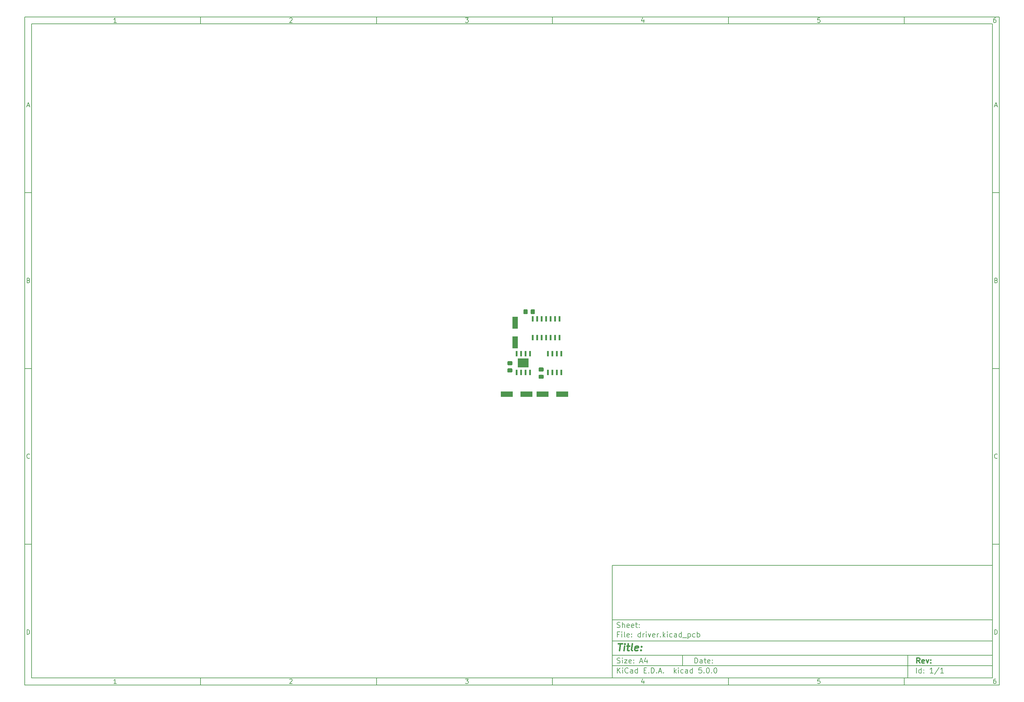
<source format=gtp>
G04 #@! TF.GenerationSoftware,KiCad,Pcbnew,5.0.0*
G04 #@! TF.CreationDate,2018-10-21T13:37:26+10:00*
G04 #@! TF.ProjectId,driver,6472697665722E6B696361645F706362,rev?*
G04 #@! TF.SameCoordinates,Original*
G04 #@! TF.FileFunction,Paste,Top*
G04 #@! TF.FilePolarity,Positive*
%FSLAX46Y46*%
G04 Gerber Fmt 4.6, Leading zero omitted, Abs format (unit mm)*
G04 Created by KiCad (PCBNEW 5.0.0) date Sun Oct 21 13:37:26 2018*
%MOMM*%
%LPD*%
G01*
G04 APERTURE LIST*
%ADD10C,0.100000*%
%ADD11C,0.150000*%
%ADD12C,0.300000*%
%ADD13C,0.400000*%
%ADD14C,1.150000*%
%ADD15R,0.600000X1.500000*%
%ADD16R,0.600000X1.550000*%
%ADD17R,3.500000X1.600000*%
%ADD18R,1.600000X3.500000*%
%ADD19R,3.100000X2.600000*%
G04 APERTURE END LIST*
D10*
D11*
X177002200Y-166007200D02*
X177002200Y-198007200D01*
X285002200Y-198007200D01*
X285002200Y-166007200D01*
X177002200Y-166007200D01*
D10*
D11*
X10000000Y-10000000D02*
X10000000Y-200007200D01*
X287002200Y-200007200D01*
X287002200Y-10000000D01*
X10000000Y-10000000D01*
D10*
D11*
X12000000Y-12000000D02*
X12000000Y-198007200D01*
X285002200Y-198007200D01*
X285002200Y-12000000D01*
X12000000Y-12000000D01*
D10*
D11*
X60000000Y-12000000D02*
X60000000Y-10000000D01*
D10*
D11*
X110000000Y-12000000D02*
X110000000Y-10000000D01*
D10*
D11*
X160000000Y-12000000D02*
X160000000Y-10000000D01*
D10*
D11*
X210000000Y-12000000D02*
X210000000Y-10000000D01*
D10*
D11*
X260000000Y-12000000D02*
X260000000Y-10000000D01*
D10*
D11*
X36065476Y-11588095D02*
X35322619Y-11588095D01*
X35694047Y-11588095D02*
X35694047Y-10288095D01*
X35570238Y-10473809D01*
X35446428Y-10597619D01*
X35322619Y-10659523D01*
D10*
D11*
X85322619Y-10411904D02*
X85384523Y-10350000D01*
X85508333Y-10288095D01*
X85817857Y-10288095D01*
X85941666Y-10350000D01*
X86003571Y-10411904D01*
X86065476Y-10535714D01*
X86065476Y-10659523D01*
X86003571Y-10845238D01*
X85260714Y-11588095D01*
X86065476Y-11588095D01*
D10*
D11*
X135260714Y-10288095D02*
X136065476Y-10288095D01*
X135632142Y-10783333D01*
X135817857Y-10783333D01*
X135941666Y-10845238D01*
X136003571Y-10907142D01*
X136065476Y-11030952D01*
X136065476Y-11340476D01*
X136003571Y-11464285D01*
X135941666Y-11526190D01*
X135817857Y-11588095D01*
X135446428Y-11588095D01*
X135322619Y-11526190D01*
X135260714Y-11464285D01*
D10*
D11*
X185941666Y-10721428D02*
X185941666Y-11588095D01*
X185632142Y-10226190D02*
X185322619Y-11154761D01*
X186127380Y-11154761D01*
D10*
D11*
X236003571Y-10288095D02*
X235384523Y-10288095D01*
X235322619Y-10907142D01*
X235384523Y-10845238D01*
X235508333Y-10783333D01*
X235817857Y-10783333D01*
X235941666Y-10845238D01*
X236003571Y-10907142D01*
X236065476Y-11030952D01*
X236065476Y-11340476D01*
X236003571Y-11464285D01*
X235941666Y-11526190D01*
X235817857Y-11588095D01*
X235508333Y-11588095D01*
X235384523Y-11526190D01*
X235322619Y-11464285D01*
D10*
D11*
X285941666Y-10288095D02*
X285694047Y-10288095D01*
X285570238Y-10350000D01*
X285508333Y-10411904D01*
X285384523Y-10597619D01*
X285322619Y-10845238D01*
X285322619Y-11340476D01*
X285384523Y-11464285D01*
X285446428Y-11526190D01*
X285570238Y-11588095D01*
X285817857Y-11588095D01*
X285941666Y-11526190D01*
X286003571Y-11464285D01*
X286065476Y-11340476D01*
X286065476Y-11030952D01*
X286003571Y-10907142D01*
X285941666Y-10845238D01*
X285817857Y-10783333D01*
X285570238Y-10783333D01*
X285446428Y-10845238D01*
X285384523Y-10907142D01*
X285322619Y-11030952D01*
D10*
D11*
X60000000Y-198007200D02*
X60000000Y-200007200D01*
D10*
D11*
X110000000Y-198007200D02*
X110000000Y-200007200D01*
D10*
D11*
X160000000Y-198007200D02*
X160000000Y-200007200D01*
D10*
D11*
X210000000Y-198007200D02*
X210000000Y-200007200D01*
D10*
D11*
X260000000Y-198007200D02*
X260000000Y-200007200D01*
D10*
D11*
X36065476Y-199595295D02*
X35322619Y-199595295D01*
X35694047Y-199595295D02*
X35694047Y-198295295D01*
X35570238Y-198481009D01*
X35446428Y-198604819D01*
X35322619Y-198666723D01*
D10*
D11*
X85322619Y-198419104D02*
X85384523Y-198357200D01*
X85508333Y-198295295D01*
X85817857Y-198295295D01*
X85941666Y-198357200D01*
X86003571Y-198419104D01*
X86065476Y-198542914D01*
X86065476Y-198666723D01*
X86003571Y-198852438D01*
X85260714Y-199595295D01*
X86065476Y-199595295D01*
D10*
D11*
X135260714Y-198295295D02*
X136065476Y-198295295D01*
X135632142Y-198790533D01*
X135817857Y-198790533D01*
X135941666Y-198852438D01*
X136003571Y-198914342D01*
X136065476Y-199038152D01*
X136065476Y-199347676D01*
X136003571Y-199471485D01*
X135941666Y-199533390D01*
X135817857Y-199595295D01*
X135446428Y-199595295D01*
X135322619Y-199533390D01*
X135260714Y-199471485D01*
D10*
D11*
X185941666Y-198728628D02*
X185941666Y-199595295D01*
X185632142Y-198233390D02*
X185322619Y-199161961D01*
X186127380Y-199161961D01*
D10*
D11*
X236003571Y-198295295D02*
X235384523Y-198295295D01*
X235322619Y-198914342D01*
X235384523Y-198852438D01*
X235508333Y-198790533D01*
X235817857Y-198790533D01*
X235941666Y-198852438D01*
X236003571Y-198914342D01*
X236065476Y-199038152D01*
X236065476Y-199347676D01*
X236003571Y-199471485D01*
X235941666Y-199533390D01*
X235817857Y-199595295D01*
X235508333Y-199595295D01*
X235384523Y-199533390D01*
X235322619Y-199471485D01*
D10*
D11*
X285941666Y-198295295D02*
X285694047Y-198295295D01*
X285570238Y-198357200D01*
X285508333Y-198419104D01*
X285384523Y-198604819D01*
X285322619Y-198852438D01*
X285322619Y-199347676D01*
X285384523Y-199471485D01*
X285446428Y-199533390D01*
X285570238Y-199595295D01*
X285817857Y-199595295D01*
X285941666Y-199533390D01*
X286003571Y-199471485D01*
X286065476Y-199347676D01*
X286065476Y-199038152D01*
X286003571Y-198914342D01*
X285941666Y-198852438D01*
X285817857Y-198790533D01*
X285570238Y-198790533D01*
X285446428Y-198852438D01*
X285384523Y-198914342D01*
X285322619Y-199038152D01*
D10*
D11*
X10000000Y-60000000D02*
X12000000Y-60000000D01*
D10*
D11*
X10000000Y-110000000D02*
X12000000Y-110000000D01*
D10*
D11*
X10000000Y-160000000D02*
X12000000Y-160000000D01*
D10*
D11*
X10690476Y-35216666D02*
X11309523Y-35216666D01*
X10566666Y-35588095D02*
X11000000Y-34288095D01*
X11433333Y-35588095D01*
D10*
D11*
X11092857Y-84907142D02*
X11278571Y-84969047D01*
X11340476Y-85030952D01*
X11402380Y-85154761D01*
X11402380Y-85340476D01*
X11340476Y-85464285D01*
X11278571Y-85526190D01*
X11154761Y-85588095D01*
X10659523Y-85588095D01*
X10659523Y-84288095D01*
X11092857Y-84288095D01*
X11216666Y-84350000D01*
X11278571Y-84411904D01*
X11340476Y-84535714D01*
X11340476Y-84659523D01*
X11278571Y-84783333D01*
X11216666Y-84845238D01*
X11092857Y-84907142D01*
X10659523Y-84907142D01*
D10*
D11*
X11402380Y-135464285D02*
X11340476Y-135526190D01*
X11154761Y-135588095D01*
X11030952Y-135588095D01*
X10845238Y-135526190D01*
X10721428Y-135402380D01*
X10659523Y-135278571D01*
X10597619Y-135030952D01*
X10597619Y-134845238D01*
X10659523Y-134597619D01*
X10721428Y-134473809D01*
X10845238Y-134350000D01*
X11030952Y-134288095D01*
X11154761Y-134288095D01*
X11340476Y-134350000D01*
X11402380Y-134411904D01*
D10*
D11*
X10659523Y-185588095D02*
X10659523Y-184288095D01*
X10969047Y-184288095D01*
X11154761Y-184350000D01*
X11278571Y-184473809D01*
X11340476Y-184597619D01*
X11402380Y-184845238D01*
X11402380Y-185030952D01*
X11340476Y-185278571D01*
X11278571Y-185402380D01*
X11154761Y-185526190D01*
X10969047Y-185588095D01*
X10659523Y-185588095D01*
D10*
D11*
X287002200Y-60000000D02*
X285002200Y-60000000D01*
D10*
D11*
X287002200Y-110000000D02*
X285002200Y-110000000D01*
D10*
D11*
X287002200Y-160000000D02*
X285002200Y-160000000D01*
D10*
D11*
X285692676Y-35216666D02*
X286311723Y-35216666D01*
X285568866Y-35588095D02*
X286002200Y-34288095D01*
X286435533Y-35588095D01*
D10*
D11*
X286095057Y-84907142D02*
X286280771Y-84969047D01*
X286342676Y-85030952D01*
X286404580Y-85154761D01*
X286404580Y-85340476D01*
X286342676Y-85464285D01*
X286280771Y-85526190D01*
X286156961Y-85588095D01*
X285661723Y-85588095D01*
X285661723Y-84288095D01*
X286095057Y-84288095D01*
X286218866Y-84350000D01*
X286280771Y-84411904D01*
X286342676Y-84535714D01*
X286342676Y-84659523D01*
X286280771Y-84783333D01*
X286218866Y-84845238D01*
X286095057Y-84907142D01*
X285661723Y-84907142D01*
D10*
D11*
X286404580Y-135464285D02*
X286342676Y-135526190D01*
X286156961Y-135588095D01*
X286033152Y-135588095D01*
X285847438Y-135526190D01*
X285723628Y-135402380D01*
X285661723Y-135278571D01*
X285599819Y-135030952D01*
X285599819Y-134845238D01*
X285661723Y-134597619D01*
X285723628Y-134473809D01*
X285847438Y-134350000D01*
X286033152Y-134288095D01*
X286156961Y-134288095D01*
X286342676Y-134350000D01*
X286404580Y-134411904D01*
D10*
D11*
X285661723Y-185588095D02*
X285661723Y-184288095D01*
X285971247Y-184288095D01*
X286156961Y-184350000D01*
X286280771Y-184473809D01*
X286342676Y-184597619D01*
X286404580Y-184845238D01*
X286404580Y-185030952D01*
X286342676Y-185278571D01*
X286280771Y-185402380D01*
X286156961Y-185526190D01*
X285971247Y-185588095D01*
X285661723Y-185588095D01*
D10*
D11*
X200434342Y-193785771D02*
X200434342Y-192285771D01*
X200791485Y-192285771D01*
X201005771Y-192357200D01*
X201148628Y-192500057D01*
X201220057Y-192642914D01*
X201291485Y-192928628D01*
X201291485Y-193142914D01*
X201220057Y-193428628D01*
X201148628Y-193571485D01*
X201005771Y-193714342D01*
X200791485Y-193785771D01*
X200434342Y-193785771D01*
X202577200Y-193785771D02*
X202577200Y-193000057D01*
X202505771Y-192857200D01*
X202362914Y-192785771D01*
X202077200Y-192785771D01*
X201934342Y-192857200D01*
X202577200Y-193714342D02*
X202434342Y-193785771D01*
X202077200Y-193785771D01*
X201934342Y-193714342D01*
X201862914Y-193571485D01*
X201862914Y-193428628D01*
X201934342Y-193285771D01*
X202077200Y-193214342D01*
X202434342Y-193214342D01*
X202577200Y-193142914D01*
X203077200Y-192785771D02*
X203648628Y-192785771D01*
X203291485Y-192285771D02*
X203291485Y-193571485D01*
X203362914Y-193714342D01*
X203505771Y-193785771D01*
X203648628Y-193785771D01*
X204720057Y-193714342D02*
X204577200Y-193785771D01*
X204291485Y-193785771D01*
X204148628Y-193714342D01*
X204077200Y-193571485D01*
X204077200Y-193000057D01*
X204148628Y-192857200D01*
X204291485Y-192785771D01*
X204577200Y-192785771D01*
X204720057Y-192857200D01*
X204791485Y-193000057D01*
X204791485Y-193142914D01*
X204077200Y-193285771D01*
X205434342Y-193642914D02*
X205505771Y-193714342D01*
X205434342Y-193785771D01*
X205362914Y-193714342D01*
X205434342Y-193642914D01*
X205434342Y-193785771D01*
X205434342Y-192857200D02*
X205505771Y-192928628D01*
X205434342Y-193000057D01*
X205362914Y-192928628D01*
X205434342Y-192857200D01*
X205434342Y-193000057D01*
D10*
D11*
X177002200Y-194507200D02*
X285002200Y-194507200D01*
D10*
D11*
X178434342Y-196585771D02*
X178434342Y-195085771D01*
X179291485Y-196585771D02*
X178648628Y-195728628D01*
X179291485Y-195085771D02*
X178434342Y-195942914D01*
X179934342Y-196585771D02*
X179934342Y-195585771D01*
X179934342Y-195085771D02*
X179862914Y-195157200D01*
X179934342Y-195228628D01*
X180005771Y-195157200D01*
X179934342Y-195085771D01*
X179934342Y-195228628D01*
X181505771Y-196442914D02*
X181434342Y-196514342D01*
X181220057Y-196585771D01*
X181077200Y-196585771D01*
X180862914Y-196514342D01*
X180720057Y-196371485D01*
X180648628Y-196228628D01*
X180577200Y-195942914D01*
X180577200Y-195728628D01*
X180648628Y-195442914D01*
X180720057Y-195300057D01*
X180862914Y-195157200D01*
X181077200Y-195085771D01*
X181220057Y-195085771D01*
X181434342Y-195157200D01*
X181505771Y-195228628D01*
X182791485Y-196585771D02*
X182791485Y-195800057D01*
X182720057Y-195657200D01*
X182577200Y-195585771D01*
X182291485Y-195585771D01*
X182148628Y-195657200D01*
X182791485Y-196514342D02*
X182648628Y-196585771D01*
X182291485Y-196585771D01*
X182148628Y-196514342D01*
X182077200Y-196371485D01*
X182077200Y-196228628D01*
X182148628Y-196085771D01*
X182291485Y-196014342D01*
X182648628Y-196014342D01*
X182791485Y-195942914D01*
X184148628Y-196585771D02*
X184148628Y-195085771D01*
X184148628Y-196514342D02*
X184005771Y-196585771D01*
X183720057Y-196585771D01*
X183577200Y-196514342D01*
X183505771Y-196442914D01*
X183434342Y-196300057D01*
X183434342Y-195871485D01*
X183505771Y-195728628D01*
X183577200Y-195657200D01*
X183720057Y-195585771D01*
X184005771Y-195585771D01*
X184148628Y-195657200D01*
X186005771Y-195800057D02*
X186505771Y-195800057D01*
X186720057Y-196585771D02*
X186005771Y-196585771D01*
X186005771Y-195085771D01*
X186720057Y-195085771D01*
X187362914Y-196442914D02*
X187434342Y-196514342D01*
X187362914Y-196585771D01*
X187291485Y-196514342D01*
X187362914Y-196442914D01*
X187362914Y-196585771D01*
X188077200Y-196585771D02*
X188077200Y-195085771D01*
X188434342Y-195085771D01*
X188648628Y-195157200D01*
X188791485Y-195300057D01*
X188862914Y-195442914D01*
X188934342Y-195728628D01*
X188934342Y-195942914D01*
X188862914Y-196228628D01*
X188791485Y-196371485D01*
X188648628Y-196514342D01*
X188434342Y-196585771D01*
X188077200Y-196585771D01*
X189577200Y-196442914D02*
X189648628Y-196514342D01*
X189577200Y-196585771D01*
X189505771Y-196514342D01*
X189577200Y-196442914D01*
X189577200Y-196585771D01*
X190220057Y-196157200D02*
X190934342Y-196157200D01*
X190077200Y-196585771D02*
X190577200Y-195085771D01*
X191077200Y-196585771D01*
X191577200Y-196442914D02*
X191648628Y-196514342D01*
X191577200Y-196585771D01*
X191505771Y-196514342D01*
X191577200Y-196442914D01*
X191577200Y-196585771D01*
X194577200Y-196585771D02*
X194577200Y-195085771D01*
X194720057Y-196014342D02*
X195148628Y-196585771D01*
X195148628Y-195585771D02*
X194577200Y-196157200D01*
X195791485Y-196585771D02*
X195791485Y-195585771D01*
X195791485Y-195085771D02*
X195720057Y-195157200D01*
X195791485Y-195228628D01*
X195862914Y-195157200D01*
X195791485Y-195085771D01*
X195791485Y-195228628D01*
X197148628Y-196514342D02*
X197005771Y-196585771D01*
X196720057Y-196585771D01*
X196577200Y-196514342D01*
X196505771Y-196442914D01*
X196434342Y-196300057D01*
X196434342Y-195871485D01*
X196505771Y-195728628D01*
X196577200Y-195657200D01*
X196720057Y-195585771D01*
X197005771Y-195585771D01*
X197148628Y-195657200D01*
X198434342Y-196585771D02*
X198434342Y-195800057D01*
X198362914Y-195657200D01*
X198220057Y-195585771D01*
X197934342Y-195585771D01*
X197791485Y-195657200D01*
X198434342Y-196514342D02*
X198291485Y-196585771D01*
X197934342Y-196585771D01*
X197791485Y-196514342D01*
X197720057Y-196371485D01*
X197720057Y-196228628D01*
X197791485Y-196085771D01*
X197934342Y-196014342D01*
X198291485Y-196014342D01*
X198434342Y-195942914D01*
X199791485Y-196585771D02*
X199791485Y-195085771D01*
X199791485Y-196514342D02*
X199648628Y-196585771D01*
X199362914Y-196585771D01*
X199220057Y-196514342D01*
X199148628Y-196442914D01*
X199077200Y-196300057D01*
X199077200Y-195871485D01*
X199148628Y-195728628D01*
X199220057Y-195657200D01*
X199362914Y-195585771D01*
X199648628Y-195585771D01*
X199791485Y-195657200D01*
X202362914Y-195085771D02*
X201648628Y-195085771D01*
X201577200Y-195800057D01*
X201648628Y-195728628D01*
X201791485Y-195657200D01*
X202148628Y-195657200D01*
X202291485Y-195728628D01*
X202362914Y-195800057D01*
X202434342Y-195942914D01*
X202434342Y-196300057D01*
X202362914Y-196442914D01*
X202291485Y-196514342D01*
X202148628Y-196585771D01*
X201791485Y-196585771D01*
X201648628Y-196514342D01*
X201577200Y-196442914D01*
X203077200Y-196442914D02*
X203148628Y-196514342D01*
X203077200Y-196585771D01*
X203005771Y-196514342D01*
X203077200Y-196442914D01*
X203077200Y-196585771D01*
X204077200Y-195085771D02*
X204220057Y-195085771D01*
X204362914Y-195157200D01*
X204434342Y-195228628D01*
X204505771Y-195371485D01*
X204577200Y-195657200D01*
X204577200Y-196014342D01*
X204505771Y-196300057D01*
X204434342Y-196442914D01*
X204362914Y-196514342D01*
X204220057Y-196585771D01*
X204077200Y-196585771D01*
X203934342Y-196514342D01*
X203862914Y-196442914D01*
X203791485Y-196300057D01*
X203720057Y-196014342D01*
X203720057Y-195657200D01*
X203791485Y-195371485D01*
X203862914Y-195228628D01*
X203934342Y-195157200D01*
X204077200Y-195085771D01*
X205220057Y-196442914D02*
X205291485Y-196514342D01*
X205220057Y-196585771D01*
X205148628Y-196514342D01*
X205220057Y-196442914D01*
X205220057Y-196585771D01*
X206220057Y-195085771D02*
X206362914Y-195085771D01*
X206505771Y-195157200D01*
X206577200Y-195228628D01*
X206648628Y-195371485D01*
X206720057Y-195657200D01*
X206720057Y-196014342D01*
X206648628Y-196300057D01*
X206577200Y-196442914D01*
X206505771Y-196514342D01*
X206362914Y-196585771D01*
X206220057Y-196585771D01*
X206077200Y-196514342D01*
X206005771Y-196442914D01*
X205934342Y-196300057D01*
X205862914Y-196014342D01*
X205862914Y-195657200D01*
X205934342Y-195371485D01*
X206005771Y-195228628D01*
X206077200Y-195157200D01*
X206220057Y-195085771D01*
D10*
D11*
X177002200Y-191507200D02*
X285002200Y-191507200D01*
D10*
D12*
X264411485Y-193785771D02*
X263911485Y-193071485D01*
X263554342Y-193785771D02*
X263554342Y-192285771D01*
X264125771Y-192285771D01*
X264268628Y-192357200D01*
X264340057Y-192428628D01*
X264411485Y-192571485D01*
X264411485Y-192785771D01*
X264340057Y-192928628D01*
X264268628Y-193000057D01*
X264125771Y-193071485D01*
X263554342Y-193071485D01*
X265625771Y-193714342D02*
X265482914Y-193785771D01*
X265197200Y-193785771D01*
X265054342Y-193714342D01*
X264982914Y-193571485D01*
X264982914Y-193000057D01*
X265054342Y-192857200D01*
X265197200Y-192785771D01*
X265482914Y-192785771D01*
X265625771Y-192857200D01*
X265697200Y-193000057D01*
X265697200Y-193142914D01*
X264982914Y-193285771D01*
X266197200Y-192785771D02*
X266554342Y-193785771D01*
X266911485Y-192785771D01*
X267482914Y-193642914D02*
X267554342Y-193714342D01*
X267482914Y-193785771D01*
X267411485Y-193714342D01*
X267482914Y-193642914D01*
X267482914Y-193785771D01*
X267482914Y-192857200D02*
X267554342Y-192928628D01*
X267482914Y-193000057D01*
X267411485Y-192928628D01*
X267482914Y-192857200D01*
X267482914Y-193000057D01*
D10*
D11*
X178362914Y-193714342D02*
X178577200Y-193785771D01*
X178934342Y-193785771D01*
X179077200Y-193714342D01*
X179148628Y-193642914D01*
X179220057Y-193500057D01*
X179220057Y-193357200D01*
X179148628Y-193214342D01*
X179077200Y-193142914D01*
X178934342Y-193071485D01*
X178648628Y-193000057D01*
X178505771Y-192928628D01*
X178434342Y-192857200D01*
X178362914Y-192714342D01*
X178362914Y-192571485D01*
X178434342Y-192428628D01*
X178505771Y-192357200D01*
X178648628Y-192285771D01*
X179005771Y-192285771D01*
X179220057Y-192357200D01*
X179862914Y-193785771D02*
X179862914Y-192785771D01*
X179862914Y-192285771D02*
X179791485Y-192357200D01*
X179862914Y-192428628D01*
X179934342Y-192357200D01*
X179862914Y-192285771D01*
X179862914Y-192428628D01*
X180434342Y-192785771D02*
X181220057Y-192785771D01*
X180434342Y-193785771D01*
X181220057Y-193785771D01*
X182362914Y-193714342D02*
X182220057Y-193785771D01*
X181934342Y-193785771D01*
X181791485Y-193714342D01*
X181720057Y-193571485D01*
X181720057Y-193000057D01*
X181791485Y-192857200D01*
X181934342Y-192785771D01*
X182220057Y-192785771D01*
X182362914Y-192857200D01*
X182434342Y-193000057D01*
X182434342Y-193142914D01*
X181720057Y-193285771D01*
X183077200Y-193642914D02*
X183148628Y-193714342D01*
X183077200Y-193785771D01*
X183005771Y-193714342D01*
X183077200Y-193642914D01*
X183077200Y-193785771D01*
X183077200Y-192857200D02*
X183148628Y-192928628D01*
X183077200Y-193000057D01*
X183005771Y-192928628D01*
X183077200Y-192857200D01*
X183077200Y-193000057D01*
X184862914Y-193357200D02*
X185577200Y-193357200D01*
X184720057Y-193785771D02*
X185220057Y-192285771D01*
X185720057Y-193785771D01*
X186862914Y-192785771D02*
X186862914Y-193785771D01*
X186505771Y-192214342D02*
X186148628Y-193285771D01*
X187077200Y-193285771D01*
D10*
D11*
X263434342Y-196585771D02*
X263434342Y-195085771D01*
X264791485Y-196585771D02*
X264791485Y-195085771D01*
X264791485Y-196514342D02*
X264648628Y-196585771D01*
X264362914Y-196585771D01*
X264220057Y-196514342D01*
X264148628Y-196442914D01*
X264077200Y-196300057D01*
X264077200Y-195871485D01*
X264148628Y-195728628D01*
X264220057Y-195657200D01*
X264362914Y-195585771D01*
X264648628Y-195585771D01*
X264791485Y-195657200D01*
X265505771Y-196442914D02*
X265577200Y-196514342D01*
X265505771Y-196585771D01*
X265434342Y-196514342D01*
X265505771Y-196442914D01*
X265505771Y-196585771D01*
X265505771Y-195657200D02*
X265577200Y-195728628D01*
X265505771Y-195800057D01*
X265434342Y-195728628D01*
X265505771Y-195657200D01*
X265505771Y-195800057D01*
X268148628Y-196585771D02*
X267291485Y-196585771D01*
X267720057Y-196585771D02*
X267720057Y-195085771D01*
X267577200Y-195300057D01*
X267434342Y-195442914D01*
X267291485Y-195514342D01*
X269862914Y-195014342D02*
X268577200Y-196942914D01*
X271148628Y-196585771D02*
X270291485Y-196585771D01*
X270720057Y-196585771D02*
X270720057Y-195085771D01*
X270577200Y-195300057D01*
X270434342Y-195442914D01*
X270291485Y-195514342D01*
D10*
D11*
X177002200Y-187507200D02*
X285002200Y-187507200D01*
D10*
D13*
X178714580Y-188211961D02*
X179857438Y-188211961D01*
X179036009Y-190211961D02*
X179286009Y-188211961D01*
X180274104Y-190211961D02*
X180440771Y-188878628D01*
X180524104Y-188211961D02*
X180416961Y-188307200D01*
X180500295Y-188402438D01*
X180607438Y-188307200D01*
X180524104Y-188211961D01*
X180500295Y-188402438D01*
X181107438Y-188878628D02*
X181869342Y-188878628D01*
X181476485Y-188211961D02*
X181262200Y-189926247D01*
X181333628Y-190116723D01*
X181512200Y-190211961D01*
X181702676Y-190211961D01*
X182655057Y-190211961D02*
X182476485Y-190116723D01*
X182405057Y-189926247D01*
X182619342Y-188211961D01*
X184190771Y-190116723D02*
X183988390Y-190211961D01*
X183607438Y-190211961D01*
X183428866Y-190116723D01*
X183357438Y-189926247D01*
X183452676Y-189164342D01*
X183571723Y-188973866D01*
X183774104Y-188878628D01*
X184155057Y-188878628D01*
X184333628Y-188973866D01*
X184405057Y-189164342D01*
X184381247Y-189354819D01*
X183405057Y-189545295D01*
X185155057Y-190021485D02*
X185238390Y-190116723D01*
X185131247Y-190211961D01*
X185047914Y-190116723D01*
X185155057Y-190021485D01*
X185131247Y-190211961D01*
X185286009Y-188973866D02*
X185369342Y-189069104D01*
X185262200Y-189164342D01*
X185178866Y-189069104D01*
X185286009Y-188973866D01*
X185262200Y-189164342D01*
D10*
D11*
X178934342Y-185600057D02*
X178434342Y-185600057D01*
X178434342Y-186385771D02*
X178434342Y-184885771D01*
X179148628Y-184885771D01*
X179720057Y-186385771D02*
X179720057Y-185385771D01*
X179720057Y-184885771D02*
X179648628Y-184957200D01*
X179720057Y-185028628D01*
X179791485Y-184957200D01*
X179720057Y-184885771D01*
X179720057Y-185028628D01*
X180648628Y-186385771D02*
X180505771Y-186314342D01*
X180434342Y-186171485D01*
X180434342Y-184885771D01*
X181791485Y-186314342D02*
X181648628Y-186385771D01*
X181362914Y-186385771D01*
X181220057Y-186314342D01*
X181148628Y-186171485D01*
X181148628Y-185600057D01*
X181220057Y-185457200D01*
X181362914Y-185385771D01*
X181648628Y-185385771D01*
X181791485Y-185457200D01*
X181862914Y-185600057D01*
X181862914Y-185742914D01*
X181148628Y-185885771D01*
X182505771Y-186242914D02*
X182577200Y-186314342D01*
X182505771Y-186385771D01*
X182434342Y-186314342D01*
X182505771Y-186242914D01*
X182505771Y-186385771D01*
X182505771Y-185457200D02*
X182577200Y-185528628D01*
X182505771Y-185600057D01*
X182434342Y-185528628D01*
X182505771Y-185457200D01*
X182505771Y-185600057D01*
X185005771Y-186385771D02*
X185005771Y-184885771D01*
X185005771Y-186314342D02*
X184862914Y-186385771D01*
X184577200Y-186385771D01*
X184434342Y-186314342D01*
X184362914Y-186242914D01*
X184291485Y-186100057D01*
X184291485Y-185671485D01*
X184362914Y-185528628D01*
X184434342Y-185457200D01*
X184577200Y-185385771D01*
X184862914Y-185385771D01*
X185005771Y-185457200D01*
X185720057Y-186385771D02*
X185720057Y-185385771D01*
X185720057Y-185671485D02*
X185791485Y-185528628D01*
X185862914Y-185457200D01*
X186005771Y-185385771D01*
X186148628Y-185385771D01*
X186648628Y-186385771D02*
X186648628Y-185385771D01*
X186648628Y-184885771D02*
X186577200Y-184957200D01*
X186648628Y-185028628D01*
X186720057Y-184957200D01*
X186648628Y-184885771D01*
X186648628Y-185028628D01*
X187220057Y-185385771D02*
X187577200Y-186385771D01*
X187934342Y-185385771D01*
X189077200Y-186314342D02*
X188934342Y-186385771D01*
X188648628Y-186385771D01*
X188505771Y-186314342D01*
X188434342Y-186171485D01*
X188434342Y-185600057D01*
X188505771Y-185457200D01*
X188648628Y-185385771D01*
X188934342Y-185385771D01*
X189077200Y-185457200D01*
X189148628Y-185600057D01*
X189148628Y-185742914D01*
X188434342Y-185885771D01*
X189791485Y-186385771D02*
X189791485Y-185385771D01*
X189791485Y-185671485D02*
X189862914Y-185528628D01*
X189934342Y-185457200D01*
X190077200Y-185385771D01*
X190220057Y-185385771D01*
X190720057Y-186242914D02*
X190791485Y-186314342D01*
X190720057Y-186385771D01*
X190648628Y-186314342D01*
X190720057Y-186242914D01*
X190720057Y-186385771D01*
X191434342Y-186385771D02*
X191434342Y-184885771D01*
X191577200Y-185814342D02*
X192005771Y-186385771D01*
X192005771Y-185385771D02*
X191434342Y-185957200D01*
X192648628Y-186385771D02*
X192648628Y-185385771D01*
X192648628Y-184885771D02*
X192577200Y-184957200D01*
X192648628Y-185028628D01*
X192720057Y-184957200D01*
X192648628Y-184885771D01*
X192648628Y-185028628D01*
X194005771Y-186314342D02*
X193862914Y-186385771D01*
X193577200Y-186385771D01*
X193434342Y-186314342D01*
X193362914Y-186242914D01*
X193291485Y-186100057D01*
X193291485Y-185671485D01*
X193362914Y-185528628D01*
X193434342Y-185457200D01*
X193577200Y-185385771D01*
X193862914Y-185385771D01*
X194005771Y-185457200D01*
X195291485Y-186385771D02*
X195291485Y-185600057D01*
X195220057Y-185457200D01*
X195077200Y-185385771D01*
X194791485Y-185385771D01*
X194648628Y-185457200D01*
X195291485Y-186314342D02*
X195148628Y-186385771D01*
X194791485Y-186385771D01*
X194648628Y-186314342D01*
X194577200Y-186171485D01*
X194577200Y-186028628D01*
X194648628Y-185885771D01*
X194791485Y-185814342D01*
X195148628Y-185814342D01*
X195291485Y-185742914D01*
X196648628Y-186385771D02*
X196648628Y-184885771D01*
X196648628Y-186314342D02*
X196505771Y-186385771D01*
X196220057Y-186385771D01*
X196077200Y-186314342D01*
X196005771Y-186242914D01*
X195934342Y-186100057D01*
X195934342Y-185671485D01*
X196005771Y-185528628D01*
X196077200Y-185457200D01*
X196220057Y-185385771D01*
X196505771Y-185385771D01*
X196648628Y-185457200D01*
X197005771Y-186528628D02*
X198148628Y-186528628D01*
X198505771Y-185385771D02*
X198505771Y-186885771D01*
X198505771Y-185457200D02*
X198648628Y-185385771D01*
X198934342Y-185385771D01*
X199077200Y-185457200D01*
X199148628Y-185528628D01*
X199220057Y-185671485D01*
X199220057Y-186100057D01*
X199148628Y-186242914D01*
X199077200Y-186314342D01*
X198934342Y-186385771D01*
X198648628Y-186385771D01*
X198505771Y-186314342D01*
X200505771Y-186314342D02*
X200362914Y-186385771D01*
X200077200Y-186385771D01*
X199934342Y-186314342D01*
X199862914Y-186242914D01*
X199791485Y-186100057D01*
X199791485Y-185671485D01*
X199862914Y-185528628D01*
X199934342Y-185457200D01*
X200077200Y-185385771D01*
X200362914Y-185385771D01*
X200505771Y-185457200D01*
X201148628Y-186385771D02*
X201148628Y-184885771D01*
X201148628Y-185457200D02*
X201291485Y-185385771D01*
X201577200Y-185385771D01*
X201720057Y-185457200D01*
X201791485Y-185528628D01*
X201862914Y-185671485D01*
X201862914Y-186100057D01*
X201791485Y-186242914D01*
X201720057Y-186314342D01*
X201577200Y-186385771D01*
X201291485Y-186385771D01*
X201148628Y-186314342D01*
D10*
D11*
X177002200Y-181507200D02*
X285002200Y-181507200D01*
D10*
D11*
X178362914Y-183614342D02*
X178577200Y-183685771D01*
X178934342Y-183685771D01*
X179077200Y-183614342D01*
X179148628Y-183542914D01*
X179220057Y-183400057D01*
X179220057Y-183257200D01*
X179148628Y-183114342D01*
X179077200Y-183042914D01*
X178934342Y-182971485D01*
X178648628Y-182900057D01*
X178505771Y-182828628D01*
X178434342Y-182757200D01*
X178362914Y-182614342D01*
X178362914Y-182471485D01*
X178434342Y-182328628D01*
X178505771Y-182257200D01*
X178648628Y-182185771D01*
X179005771Y-182185771D01*
X179220057Y-182257200D01*
X179862914Y-183685771D02*
X179862914Y-182185771D01*
X180505771Y-183685771D02*
X180505771Y-182900057D01*
X180434342Y-182757200D01*
X180291485Y-182685771D01*
X180077200Y-182685771D01*
X179934342Y-182757200D01*
X179862914Y-182828628D01*
X181791485Y-183614342D02*
X181648628Y-183685771D01*
X181362914Y-183685771D01*
X181220057Y-183614342D01*
X181148628Y-183471485D01*
X181148628Y-182900057D01*
X181220057Y-182757200D01*
X181362914Y-182685771D01*
X181648628Y-182685771D01*
X181791485Y-182757200D01*
X181862914Y-182900057D01*
X181862914Y-183042914D01*
X181148628Y-183185771D01*
X183077200Y-183614342D02*
X182934342Y-183685771D01*
X182648628Y-183685771D01*
X182505771Y-183614342D01*
X182434342Y-183471485D01*
X182434342Y-182900057D01*
X182505771Y-182757200D01*
X182648628Y-182685771D01*
X182934342Y-182685771D01*
X183077200Y-182757200D01*
X183148628Y-182900057D01*
X183148628Y-183042914D01*
X182434342Y-183185771D01*
X183577200Y-182685771D02*
X184148628Y-182685771D01*
X183791485Y-182185771D02*
X183791485Y-183471485D01*
X183862914Y-183614342D01*
X184005771Y-183685771D01*
X184148628Y-183685771D01*
X184648628Y-183542914D02*
X184720057Y-183614342D01*
X184648628Y-183685771D01*
X184577200Y-183614342D01*
X184648628Y-183542914D01*
X184648628Y-183685771D01*
X184648628Y-182757200D02*
X184720057Y-182828628D01*
X184648628Y-182900057D01*
X184577200Y-182828628D01*
X184648628Y-182757200D01*
X184648628Y-182900057D01*
D10*
D11*
X197002200Y-191507200D02*
X197002200Y-194507200D01*
D10*
D11*
X261002200Y-191507200D02*
X261002200Y-198007200D01*
D10*
G04 #@! TO.C,C10*
G36*
X154749505Y-93141204D02*
X154773773Y-93144804D01*
X154797572Y-93150765D01*
X154820671Y-93159030D01*
X154842850Y-93169520D01*
X154863893Y-93182132D01*
X154883599Y-93196747D01*
X154901777Y-93213223D01*
X154918253Y-93231401D01*
X154932868Y-93251107D01*
X154945480Y-93272150D01*
X154955970Y-93294329D01*
X154964235Y-93317428D01*
X154970196Y-93341227D01*
X154973796Y-93365495D01*
X154975000Y-93389999D01*
X154975000Y-94290001D01*
X154973796Y-94314505D01*
X154970196Y-94338773D01*
X154964235Y-94362572D01*
X154955970Y-94385671D01*
X154945480Y-94407850D01*
X154932868Y-94428893D01*
X154918253Y-94448599D01*
X154901777Y-94466777D01*
X154883599Y-94483253D01*
X154863893Y-94497868D01*
X154842850Y-94510480D01*
X154820671Y-94520970D01*
X154797572Y-94529235D01*
X154773773Y-94535196D01*
X154749505Y-94538796D01*
X154725001Y-94540000D01*
X154074999Y-94540000D01*
X154050495Y-94538796D01*
X154026227Y-94535196D01*
X154002428Y-94529235D01*
X153979329Y-94520970D01*
X153957150Y-94510480D01*
X153936107Y-94497868D01*
X153916401Y-94483253D01*
X153898223Y-94466777D01*
X153881747Y-94448599D01*
X153867132Y-94428893D01*
X153854520Y-94407850D01*
X153844030Y-94385671D01*
X153835765Y-94362572D01*
X153829804Y-94338773D01*
X153826204Y-94314505D01*
X153825000Y-94290001D01*
X153825000Y-93389999D01*
X153826204Y-93365495D01*
X153829804Y-93341227D01*
X153835765Y-93317428D01*
X153844030Y-93294329D01*
X153854520Y-93272150D01*
X153867132Y-93251107D01*
X153881747Y-93231401D01*
X153898223Y-93213223D01*
X153916401Y-93196747D01*
X153936107Y-93182132D01*
X153957150Y-93169520D01*
X153979329Y-93159030D01*
X154002428Y-93150765D01*
X154026227Y-93144804D01*
X154050495Y-93141204D01*
X154074999Y-93140000D01*
X154725001Y-93140000D01*
X154749505Y-93141204D01*
X154749505Y-93141204D01*
G37*
D14*
X154400000Y-93840000D03*
D10*
G36*
X152699505Y-93141204D02*
X152723773Y-93144804D01*
X152747572Y-93150765D01*
X152770671Y-93159030D01*
X152792850Y-93169520D01*
X152813893Y-93182132D01*
X152833599Y-93196747D01*
X152851777Y-93213223D01*
X152868253Y-93231401D01*
X152882868Y-93251107D01*
X152895480Y-93272150D01*
X152905970Y-93294329D01*
X152914235Y-93317428D01*
X152920196Y-93341227D01*
X152923796Y-93365495D01*
X152925000Y-93389999D01*
X152925000Y-94290001D01*
X152923796Y-94314505D01*
X152920196Y-94338773D01*
X152914235Y-94362572D01*
X152905970Y-94385671D01*
X152895480Y-94407850D01*
X152882868Y-94428893D01*
X152868253Y-94448599D01*
X152851777Y-94466777D01*
X152833599Y-94483253D01*
X152813893Y-94497868D01*
X152792850Y-94510480D01*
X152770671Y-94520970D01*
X152747572Y-94529235D01*
X152723773Y-94535196D01*
X152699505Y-94538796D01*
X152675001Y-94540000D01*
X152024999Y-94540000D01*
X152000495Y-94538796D01*
X151976227Y-94535196D01*
X151952428Y-94529235D01*
X151929329Y-94520970D01*
X151907150Y-94510480D01*
X151886107Y-94497868D01*
X151866401Y-94483253D01*
X151848223Y-94466777D01*
X151831747Y-94448599D01*
X151817132Y-94428893D01*
X151804520Y-94407850D01*
X151794030Y-94385671D01*
X151785765Y-94362572D01*
X151779804Y-94338773D01*
X151776204Y-94314505D01*
X151775000Y-94290001D01*
X151775000Y-93389999D01*
X151776204Y-93365495D01*
X151779804Y-93341227D01*
X151785765Y-93317428D01*
X151794030Y-93294329D01*
X151804520Y-93272150D01*
X151817132Y-93251107D01*
X151831747Y-93231401D01*
X151848223Y-93213223D01*
X151866401Y-93196747D01*
X151886107Y-93182132D01*
X151907150Y-93169520D01*
X151929329Y-93159030D01*
X151952428Y-93150765D01*
X151976227Y-93144804D01*
X152000495Y-93141204D01*
X152024999Y-93140000D01*
X152675001Y-93140000D01*
X152699505Y-93141204D01*
X152699505Y-93141204D01*
G37*
D14*
X152350000Y-93840000D03*
G04 #@! TD*
D15*
G04 #@! TO.C,U3*
X154400000Y-101230000D03*
X155670000Y-101230000D03*
X156940000Y-101230000D03*
X158210000Y-101230000D03*
X159480000Y-101230000D03*
X160750000Y-101230000D03*
X162020000Y-101230000D03*
X162020000Y-95830000D03*
X160750000Y-95830000D03*
X159480000Y-95830000D03*
X158210000Y-95830000D03*
X156940000Y-95830000D03*
X155670000Y-95830000D03*
X154400000Y-95830000D03*
G04 #@! TD*
D16*
G04 #@! TO.C,U1*
X158685072Y-111135293D03*
X159955072Y-111135293D03*
X161225072Y-111135293D03*
X162495072Y-111135293D03*
X162495072Y-105735293D03*
X161225072Y-105735293D03*
X159955072Y-105735293D03*
X158685072Y-105735293D03*
G04 #@! TD*
D10*
G04 #@! TO.C,C1*
G36*
X157254577Y-111756497D02*
X157278845Y-111760097D01*
X157302644Y-111766058D01*
X157325743Y-111774323D01*
X157347922Y-111784813D01*
X157368965Y-111797425D01*
X157388671Y-111812040D01*
X157406849Y-111828516D01*
X157423325Y-111846694D01*
X157437940Y-111866400D01*
X157450552Y-111887443D01*
X157461042Y-111909622D01*
X157469307Y-111932721D01*
X157475268Y-111956520D01*
X157478868Y-111980788D01*
X157480072Y-112005292D01*
X157480072Y-112655294D01*
X157478868Y-112679798D01*
X157475268Y-112704066D01*
X157469307Y-112727865D01*
X157461042Y-112750964D01*
X157450552Y-112773143D01*
X157437940Y-112794186D01*
X157423325Y-112813892D01*
X157406849Y-112832070D01*
X157388671Y-112848546D01*
X157368965Y-112863161D01*
X157347922Y-112875773D01*
X157325743Y-112886263D01*
X157302644Y-112894528D01*
X157278845Y-112900489D01*
X157254577Y-112904089D01*
X157230073Y-112905293D01*
X156330071Y-112905293D01*
X156305567Y-112904089D01*
X156281299Y-112900489D01*
X156257500Y-112894528D01*
X156234401Y-112886263D01*
X156212222Y-112875773D01*
X156191179Y-112863161D01*
X156171473Y-112848546D01*
X156153295Y-112832070D01*
X156136819Y-112813892D01*
X156122204Y-112794186D01*
X156109592Y-112773143D01*
X156099102Y-112750964D01*
X156090837Y-112727865D01*
X156084876Y-112704066D01*
X156081276Y-112679798D01*
X156080072Y-112655294D01*
X156080072Y-112005292D01*
X156081276Y-111980788D01*
X156084876Y-111956520D01*
X156090837Y-111932721D01*
X156099102Y-111909622D01*
X156109592Y-111887443D01*
X156122204Y-111866400D01*
X156136819Y-111846694D01*
X156153295Y-111828516D01*
X156171473Y-111812040D01*
X156191179Y-111797425D01*
X156212222Y-111784813D01*
X156234401Y-111774323D01*
X156257500Y-111766058D01*
X156281299Y-111760097D01*
X156305567Y-111756497D01*
X156330071Y-111755293D01*
X157230073Y-111755293D01*
X157254577Y-111756497D01*
X157254577Y-111756497D01*
G37*
D14*
X156780072Y-112330293D03*
D10*
G36*
X157254577Y-109706497D02*
X157278845Y-109710097D01*
X157302644Y-109716058D01*
X157325743Y-109724323D01*
X157347922Y-109734813D01*
X157368965Y-109747425D01*
X157388671Y-109762040D01*
X157406849Y-109778516D01*
X157423325Y-109796694D01*
X157437940Y-109816400D01*
X157450552Y-109837443D01*
X157461042Y-109859622D01*
X157469307Y-109882721D01*
X157475268Y-109906520D01*
X157478868Y-109930788D01*
X157480072Y-109955292D01*
X157480072Y-110605294D01*
X157478868Y-110629798D01*
X157475268Y-110654066D01*
X157469307Y-110677865D01*
X157461042Y-110700964D01*
X157450552Y-110723143D01*
X157437940Y-110744186D01*
X157423325Y-110763892D01*
X157406849Y-110782070D01*
X157388671Y-110798546D01*
X157368965Y-110813161D01*
X157347922Y-110825773D01*
X157325743Y-110836263D01*
X157302644Y-110844528D01*
X157278845Y-110850489D01*
X157254577Y-110854089D01*
X157230073Y-110855293D01*
X156330071Y-110855293D01*
X156305567Y-110854089D01*
X156281299Y-110850489D01*
X156257500Y-110844528D01*
X156234401Y-110836263D01*
X156212222Y-110825773D01*
X156191179Y-110813161D01*
X156171473Y-110798546D01*
X156153295Y-110782070D01*
X156136819Y-110763892D01*
X156122204Y-110744186D01*
X156109592Y-110723143D01*
X156099102Y-110700964D01*
X156090837Y-110677865D01*
X156084876Y-110654066D01*
X156081276Y-110629798D01*
X156080072Y-110605294D01*
X156080072Y-109955292D01*
X156081276Y-109930788D01*
X156084876Y-109906520D01*
X156090837Y-109882721D01*
X156099102Y-109859622D01*
X156109592Y-109837443D01*
X156122204Y-109816400D01*
X156136819Y-109796694D01*
X156153295Y-109778516D01*
X156171473Y-109762040D01*
X156191179Y-109747425D01*
X156212222Y-109734813D01*
X156234401Y-109724323D01*
X156257500Y-109716058D01*
X156281299Y-109710097D01*
X156305567Y-109706497D01*
X156330071Y-109705293D01*
X157230073Y-109705293D01*
X157254577Y-109706497D01*
X157254577Y-109706497D01*
G37*
D14*
X156780072Y-110280293D03*
G04 #@! TD*
D17*
G04 #@! TO.C,C2*
X162755072Y-117265293D03*
X157155072Y-117265293D03*
G04 #@! TD*
D18*
G04 #@! TO.C,C3*
X149400000Y-97000000D03*
X149400000Y-102600000D03*
G04 #@! TD*
D10*
G04 #@! TO.C,C4*
G36*
X148364577Y-109951497D02*
X148388845Y-109955097D01*
X148412644Y-109961058D01*
X148435743Y-109969323D01*
X148457922Y-109979813D01*
X148478965Y-109992425D01*
X148498671Y-110007040D01*
X148516849Y-110023516D01*
X148533325Y-110041694D01*
X148547940Y-110061400D01*
X148560552Y-110082443D01*
X148571042Y-110104622D01*
X148579307Y-110127721D01*
X148585268Y-110151520D01*
X148588868Y-110175788D01*
X148590072Y-110200292D01*
X148590072Y-110850294D01*
X148588868Y-110874798D01*
X148585268Y-110899066D01*
X148579307Y-110922865D01*
X148571042Y-110945964D01*
X148560552Y-110968143D01*
X148547940Y-110989186D01*
X148533325Y-111008892D01*
X148516849Y-111027070D01*
X148498671Y-111043546D01*
X148478965Y-111058161D01*
X148457922Y-111070773D01*
X148435743Y-111081263D01*
X148412644Y-111089528D01*
X148388845Y-111095489D01*
X148364577Y-111099089D01*
X148340073Y-111100293D01*
X147440071Y-111100293D01*
X147415567Y-111099089D01*
X147391299Y-111095489D01*
X147367500Y-111089528D01*
X147344401Y-111081263D01*
X147322222Y-111070773D01*
X147301179Y-111058161D01*
X147281473Y-111043546D01*
X147263295Y-111027070D01*
X147246819Y-111008892D01*
X147232204Y-110989186D01*
X147219592Y-110968143D01*
X147209102Y-110945964D01*
X147200837Y-110922865D01*
X147194876Y-110899066D01*
X147191276Y-110874798D01*
X147190072Y-110850294D01*
X147190072Y-110200292D01*
X147191276Y-110175788D01*
X147194876Y-110151520D01*
X147200837Y-110127721D01*
X147209102Y-110104622D01*
X147219592Y-110082443D01*
X147232204Y-110061400D01*
X147246819Y-110041694D01*
X147263295Y-110023516D01*
X147281473Y-110007040D01*
X147301179Y-109992425D01*
X147322222Y-109979813D01*
X147344401Y-109969323D01*
X147367500Y-109961058D01*
X147391299Y-109955097D01*
X147415567Y-109951497D01*
X147440071Y-109950293D01*
X148340073Y-109950293D01*
X148364577Y-109951497D01*
X148364577Y-109951497D01*
G37*
D14*
X147890072Y-110525293D03*
D10*
G36*
X148364577Y-107901497D02*
X148388845Y-107905097D01*
X148412644Y-107911058D01*
X148435743Y-107919323D01*
X148457922Y-107929813D01*
X148478965Y-107942425D01*
X148498671Y-107957040D01*
X148516849Y-107973516D01*
X148533325Y-107991694D01*
X148547940Y-108011400D01*
X148560552Y-108032443D01*
X148571042Y-108054622D01*
X148579307Y-108077721D01*
X148585268Y-108101520D01*
X148588868Y-108125788D01*
X148590072Y-108150292D01*
X148590072Y-108800294D01*
X148588868Y-108824798D01*
X148585268Y-108849066D01*
X148579307Y-108872865D01*
X148571042Y-108895964D01*
X148560552Y-108918143D01*
X148547940Y-108939186D01*
X148533325Y-108958892D01*
X148516849Y-108977070D01*
X148498671Y-108993546D01*
X148478965Y-109008161D01*
X148457922Y-109020773D01*
X148435743Y-109031263D01*
X148412644Y-109039528D01*
X148388845Y-109045489D01*
X148364577Y-109049089D01*
X148340073Y-109050293D01*
X147440071Y-109050293D01*
X147415567Y-109049089D01*
X147391299Y-109045489D01*
X147367500Y-109039528D01*
X147344401Y-109031263D01*
X147322222Y-109020773D01*
X147301179Y-109008161D01*
X147281473Y-108993546D01*
X147263295Y-108977070D01*
X147246819Y-108958892D01*
X147232204Y-108939186D01*
X147219592Y-108918143D01*
X147209102Y-108895964D01*
X147200837Y-108872865D01*
X147194876Y-108849066D01*
X147191276Y-108824798D01*
X147190072Y-108800294D01*
X147190072Y-108150292D01*
X147191276Y-108125788D01*
X147194876Y-108101520D01*
X147200837Y-108077721D01*
X147209102Y-108054622D01*
X147219592Y-108032443D01*
X147232204Y-108011400D01*
X147246819Y-107991694D01*
X147263295Y-107973516D01*
X147281473Y-107957040D01*
X147301179Y-107942425D01*
X147322222Y-107929813D01*
X147344401Y-107919323D01*
X147367500Y-107911058D01*
X147391299Y-107905097D01*
X147415567Y-107901497D01*
X147440071Y-107900293D01*
X148340073Y-107900293D01*
X148364577Y-107901497D01*
X148364577Y-107901497D01*
G37*
D14*
X147890072Y-108475293D03*
G04 #@! TD*
D17*
G04 #@! TO.C,C5*
X146995072Y-117265293D03*
X152595072Y-117265293D03*
G04 #@! TD*
D19*
G04 #@! TO.C,U2*
X151700072Y-108435293D03*
D16*
X149795072Y-111135293D03*
X151065072Y-111135293D03*
X152335072Y-111135293D03*
X153605072Y-111135293D03*
X153605072Y-105735293D03*
X152335072Y-105735293D03*
X151065072Y-105735293D03*
X149795072Y-105735293D03*
G04 #@! TD*
M02*

</source>
